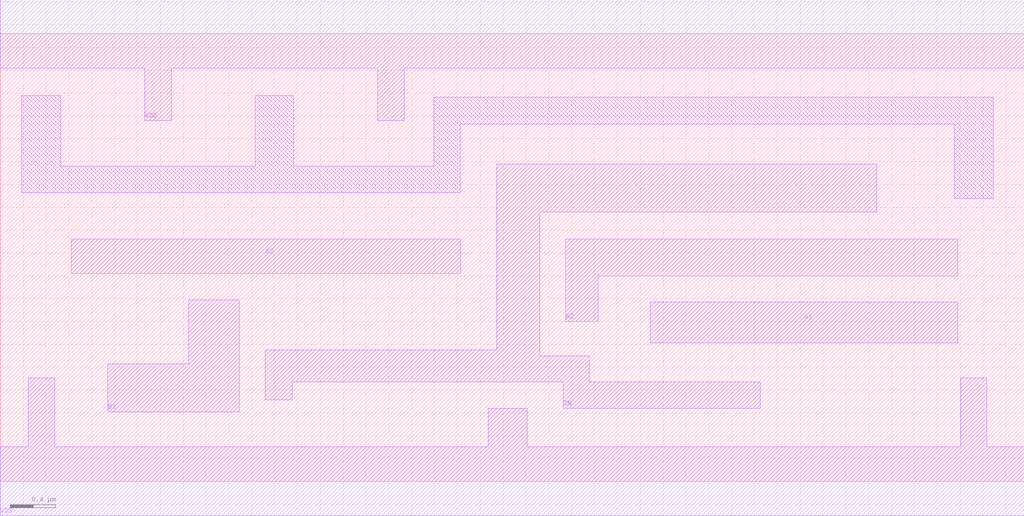
<source format=lef>
# Copyright 2022 GlobalFoundries PDK Authors
#
# Licensed under the Apache License, Version 2.0 (the "License");
# you may not use this file except in compliance with the License.
# You may obtain a copy of the License at
#
#      http://www.apache.org/licenses/LICENSE-2.0
#
# Unless required by applicable law or agreed to in writing, software
# distributed under the License is distributed on an "AS IS" BASIS,
# WITHOUT WARRANTIES OR CONDITIONS OF ANY KIND, either express or implied.
# See the License for the specific language governing permissions and
# limitations under the License.

MACRO gf180mcu_fd_sc_mcu7t5v0__aoi22_2
  CLASS core ;
  FOREIGN gf180mcu_fd_sc_mcu7t5v0__aoi22_2 0.0 0.0 ;
  ORIGIN 0 0 ;
  SYMMETRY X Y ;
  SITE GF018hv5v_mcu_sc7 ;
  SIZE 8.96 BY 3.92 ;
  PIN A1
    DIRECTION INPUT ;
    ANTENNAGATEAREA 2.193 ;
    PORT
      LAYER Metal1 ;
        POLYGON 5.69 1.21 8.38 1.21 8.38 1.57 5.69 1.57  ;
    END
  END A1
  PIN A2
    DIRECTION INPUT ;
    ANTENNAGATEAREA 2.193 ;
    PORT
      LAYER Metal1 ;
        POLYGON 4.95 1.4 5.235 1.4 5.235 1.8 8.38 1.8 8.38 2.12 4.95 2.12  ;
    END
  END A2
  PIN B1
    DIRECTION INPUT ;
    ANTENNAGATEAREA 2.193 ;
    PORT
      LAYER Metal1 ;
        POLYGON 0.94 0.61 2.09 0.61 2.09 1.59 1.65 1.59 1.65 1.03 0.94 1.03  ;
    END
  END B1
  PIN B2
    DIRECTION INPUT ;
    ANTENNAGATEAREA 2.193 ;
    PORT
      LAYER Metal1 ;
        POLYGON 0.62 1.82 4.03 1.82 4.03 2.12 0.62 2.12  ;
    END
  END B2
  PIN ZN
    DIRECTION OUTPUT ;
    ANTENNADIFFAREA 2.139725 ;
    PORT
      LAYER Metal1 ;
        POLYGON 4.72 2.36 7.67 2.36 7.67 2.78 4.345 2.78 4.345 1.15 2.32 1.15 2.32 0.715 2.555 0.715 2.555 0.87 4.925 0.87 4.925 0.64 6.65 0.64 6.65 0.87 5.155 0.87 5.155 1.1 4.72 1.1  ;
    END
  END ZN
  PIN VDD
    DIRECTION INOUT ;
    USE power ;
    SHAPE ABUTMENT ;
    PORT
      LAYER Metal1 ;
        POLYGON 0 3.62 1.265 3.62 1.265 3.16 1.495 3.16 1.495 3.62 3.305 3.62 3.305 3.16 3.535 3.16 3.535 3.62 8.69 3.62 8.96 3.62 8.96 4.22 8.69 4.22 0 4.22  ;
    END
  END VDD
  PIN VSS
    DIRECTION INOUT ;
    USE ground ;
    SHAPE ABUTMENT ;
    PORT
      LAYER Metal1 ;
        POLYGON 0 -0.3 8.96 -0.3 8.96 0.3 8.635 0.3 8.635 0.905 8.405 0.905 8.405 0.3 4.61 0.3 4.61 0.64 4.27 0.64 4.27 0.3 0.475 0.3 0.475 0.905 0.245 0.905 0.245 0.3 0 0.3  ;
    END
  END VSS
  OBS
      LAYER Metal1 ;
        POLYGON 0.19 2.53 4.025 2.53 4.025 3.13 8.35 3.13 8.35 2.475 8.69 2.475 8.69 3.365 3.795 3.365 3.795 2.76 2.57 2.76 2.57 3.38 2.23 3.38 2.23 2.76 0.53 2.76 0.53 3.38 0.19 3.38  ;
  END
END gf180mcu_fd_sc_mcu7t5v0__aoi22_2

</source>
